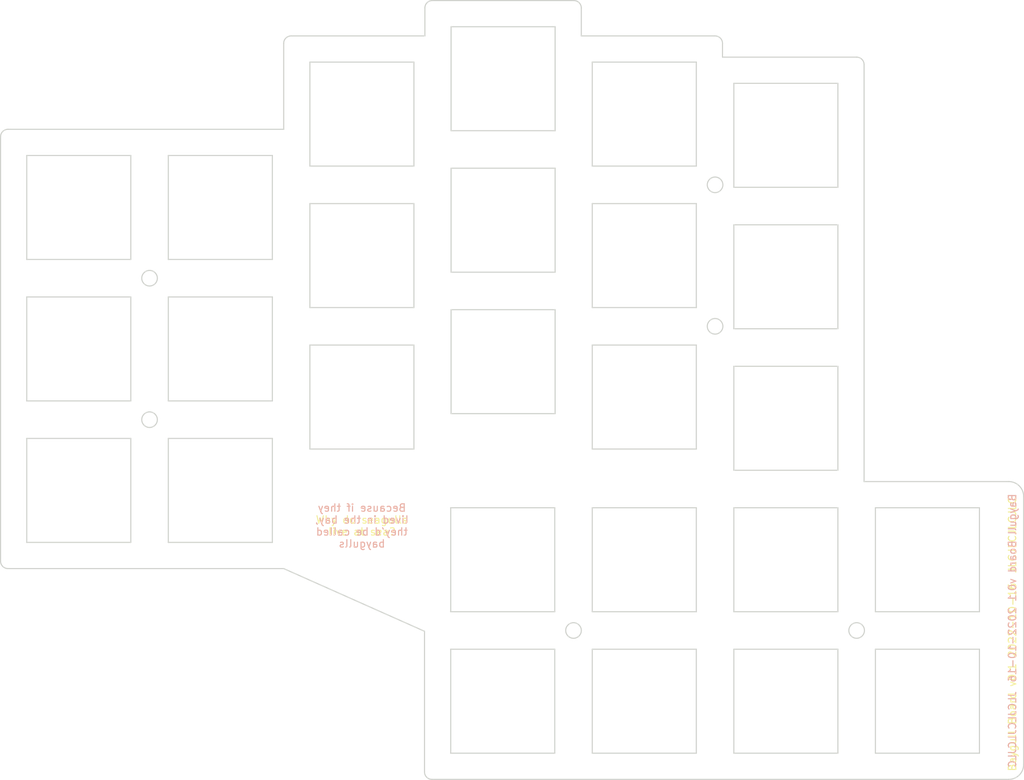
<source format=kicad_pcb>
(kicad_pcb (version 20211014) (generator pcbnew)

  (general
    (thickness 1.6)
  )

  (paper "A3")
  (title_block
    (title "top_plate")
    (rev "v1.0.0")
    (company "Unknown")
  )

  (layers
    (0 "F.Cu" signal)
    (31 "B.Cu" signal)
    (32 "B.Adhes" user "B.Adhesive")
    (33 "F.Adhes" user "F.Adhesive")
    (34 "B.Paste" user)
    (35 "F.Paste" user)
    (36 "B.SilkS" user "B.Silkscreen")
    (37 "F.SilkS" user "F.Silkscreen")
    (38 "B.Mask" user)
    (39 "F.Mask" user)
    (40 "Dwgs.User" user "User.Drawings")
    (41 "Cmts.User" user "User.Comments")
    (42 "Eco1.User" user "User.Eco1")
    (43 "Eco2.User" user "User.Eco2")
    (44 "Edge.Cuts" user)
    (45 "Margin" user)
    (46 "B.CrtYd" user "B.Courtyard")
    (47 "F.CrtYd" user "F.Courtyard")
    (48 "B.Fab" user)
    (49 "F.Fab" user)
  )

  (setup
    (pad_to_mask_clearance 0.05)
    (solder_mask_min_width 0.25)
    (pcbplotparams
      (layerselection 0x00010fc_ffffffff)
      (disableapertmacros false)
      (usegerberextensions false)
      (usegerberattributes true)
      (usegerberadvancedattributes true)
      (creategerberjobfile true)
      (svguseinch false)
      (svgprecision 6)
      (excludeedgelayer true)
      (plotframeref false)
      (viasonmask false)
      (mode 1)
      (useauxorigin false)
      (hpglpennumber 1)
      (hpglpenspeed 20)
      (hpglpendiameter 15.000000)
      (dxfpolygonmode true)
      (dxfimperialunits true)
      (dxfusepcbnewfont true)
      (psnegative false)
      (psa4output false)
      (plotreference true)
      (plotvalue true)
      (plotinvisibletext false)
      (sketchpadsonfab false)
      (subtractmaskfromsilk false)
      (outputformat 1)
      (mirror false)
      (drillshape 1)
      (scaleselection 1)
      (outputdirectory "")
    )
  )

  (net 0 "")

  (gr_line (start 64.15 -57.673) (end 50.15 -57.673) (layer "Edge.Cuts") (width 0.15) (tstamp 003e4892-63d5-4917-8649-860302d4098b))
  (gr_line (start 88.15 2.3345) (end 88.15 16.3345) (layer "Edge.Cuts") (width 0.15) (tstamp 067daf14-5915-4d33-a832-d8eb4999b238))
  (gr_line (start 12.05 -31.1) (end 26.05 -31.1) (layer "Edge.Cuts") (width 0.15) (tstamp 080ade55-1f6a-4d63-959d-6038831bdfeb))
  (gr_line (start 102.15 -19.573) (end 88.15 -19.573) (layer "Edge.Cuts") (width 0.15) (tstamp 0a007f7b-0ea3-40a6-9ecb-35de20840a13))
  (gr_line (start 107.2 16.3345) (end 121.2 16.3345) (layer "Edge.Cuts") (width 0.15) (tstamp 0a833719-91f3-41a1-876d-72bf44883753))
  (gr_line (start 105.675 -58.3405) (end 105.675 -60.198) (layer "Edge.Cuts") (width 0.15) (tstamp 0becbb93-ba1c-4039-b164-b7f9e68d4983))
  (gr_line (start 140.25 2.3345) (end 126.25 2.3345) (layer "Edge.Cuts") (width 0.15) (tstamp 0c69be76-c57f-4c58-aa46-9909e576ba42))
  (gr_line (start 140.25 16.3345) (end 140.25 2.3345) (layer "Edge.Cuts") (width 0.15) (tstamp 0d8e31ee-314b-409a-a765-d04cde097a17))
  (gr_line (start 45.1 -45.1) (end 31.1 -45.1) (layer "Edge.Cuts") (width 0.15) (tstamp 0ff06e22-347e-4494-9e98-324030612512))
  (gr_line (start 26.05 7) (end 26.05 -7) (layer "Edge.Cuts") (width 0.15) (tstamp 103a731d-92a4-401e-823d-26b12fc20b0e))
  (gr_line (start 69.1 2.3345) (end 69.1 16.3345) (layer "Edge.Cuts") (width 0.15) (tstamp 10f15cad-5e99-4214-ac2f-aa93f83994ce))
  (gr_line (start 26.05 -31.1) (end 26.05 -45.1) (layer "Edge.Cuts") (width 0.15) (tstamp 111e47f1-d63a-411d-90ad-288fac656fd9))
  (gr_line (start 69.15 -48.4355) (end 83.15 -48.4355) (layer "Edge.Cuts") (width 0.15) (tstamp 143249c8-ad7f-41d1-ae2c-4929fcb54268))
  (gr_line (start 83.1 16.3345) (end 83.1 2.3345) (layer "Edge.Cuts") (width 0.15) (tstamp 15120a28-c890-4258-8ffa-e26737aa4086))
  (gr_line (start 102.15 -24.623) (end 102.15 -38.623) (layer "Edge.Cuts") (width 0.15) (tstamp 1a24907b-5056-4aab-b03e-17cecb337cb2))
  (gr_line (start 50.15 -5.573) (end 64.15 -5.573) (layer "Edge.Cuts") (width 0.15) (tstamp 1c1e9536-5905-4e9e-9107-221b4b566bff))
  (gr_line (start 45.1 -12.05) (end 45.1 -26.05) (layer "Edge.Cuts") (width 0.15) (tstamp 1c268062-4c40-47f7-babf-f20335de7e14))
  (gr_line (start 83.15 -29.3855) (end 83.15 -43.3855) (layer "Edge.Cuts") (width 0.15) (tstamp 1ea58744-74be-41cd-afe2-37b345d3d4a0))
  (gr_line (start 31.1 -45.1) (end 31.1 -31.1) (layer "Edge.Cuts") (width 0.15) (tstamp 1fbdc50a-f5df-4c36-93d3-8055b170789f))
  (gr_line (start 64.15 -19.573) (end 50.15 -19.573) (layer "Edge.Cuts") (width 0.15) (tstamp 21d3a4d9-1b93-4c6e-ad3f-160f8537a9e3))
  (gr_line (start 121.2 -16.7155) (end 107.2 -16.7155) (layer "Edge.Cuts") (width 0.15) (tstamp 221f4c49-0339-47cf-a13e-33785d0823d2))
  (gr_line (start 12.05 -26.05) (end 12.05 -12.05) (layer "Edge.Cuts") (width 0.15) (tstamp 22ff744d-6044-4970-ba6a-3fa8acdc3e6a))
  (gr_line (start 8.525 9.525) (end 8.525 -47.625) (layer "Edge.Cuts") (width 0.15) (tstamp 26d464c4-c17a-434b-ada1-b351b3ae4fa9))
  (gr_line (start 83.1 2.3345) (end 69.1 2.3345) (layer "Edge.Cuts") (width 0.15) (tstamp 29d30592-d666-4fb9-b4a2-256b847303fd))
  (gr_arc (start 123.725 -58.3405) (mid 124.432107 -58.047607) (end 124.725 -57.3405) (layer "Edge.Cuts") (width 0.15) (tstamp 2c22c64c-a227-4288-8bc7-02fb16214258))
  (gr_line (start 64.15 -5.573) (end 64.15 -19.573) (layer "Edge.Cuts") (width 0.15) (tstamp 2e2403d3-b6e6-4687-8e93-335ca591eedb))
  (gr_line (start 107.2 -2.7155) (end 121.2 -2.7155) (layer "Edge.Cuts") (width 0.15) (tstamp 2ffa68cb-79c4-48ff-817c-09b0620c6158))
  (gr_line (start 26.05 -45.1) (end 12.05 -45.1) (layer "Edge.Cuts") (width 0.15) (tstamp 31ed510c-b6c9-4a32-bfca-94294145950c))
  (gr_line (start 83.1 35.3845) (end 83.1 21.3845) (layer "Edge.Cuts") (width 0.15) (tstamp 3205afe7-b327-4eca-9ea3-d2871cecaa9c))
  (gr_line (start 26.05 -26.05) (end 12.05 -26.05) (layer "Edge.Cuts") (width 0.15) (tstamp 359c1057-ccf9-4d6c-8fb3-70e44e52858d))
  (gr_line (start 140.25 21.3845) (end 126.25 21.3845) (layer "Edge.Cuts") (width 0.15) (tstamp 38ead17b-bc8c-4dd5-a7bd-394240e188b2))
  (gr_line (start 83.15 -24.3355) (end 69.15 -24.3355) (layer "Edge.Cuts") (width 0.15) (tstamp 3a381088-4938-476c-9d46-f40d0e3c720f))
  (gr_line (start 86.675 -61.198) (end 86.675 -64.9605) (layer "Edge.Cuts") (width 0.15) (tstamp 3bb9fe82-0c7f-41c6-89c3-4745d8322619))
  (gr_line (start 69.15 -29.3855) (end 83.15 -29.3855) (layer "Edge.Cuts") (width 0.15) (tstamp 3e12f910-9f1e-4d18-9cd3-eed2617ef745))
  (gr_line (start 66.575 38.9095) (end 144.195 38.9095) (layer "Edge.Cuts") (width 0.15) (tstamp 3ff85a88-9306-4482-8296-18910805d68b))
  (gr_line (start 88.15 -38.623) (end 88.15 -24.623) (layer "Edge.Cuts") (width 0.15) (tstamp 41a29dcc-7809-4ec5-aa15-bf4e4928fba5))
  (gr_line (start 126.25 21.3845) (end 126.25 35.3845) (layer "Edge.Cuts") (width 0.15) (tstamp 49b6c088-285b-4834-b190-2edd9c8cac99))
  (gr_circle (center 123.725 18.8595) (end 124.775 18.8595) (layer "Edge.Cuts") (width 0.15) (fill none) (tstamp 49de1266-53b5-4462-8af4-6f89a242ea9d))
  (gr_line (start 64.15 -43.673) (end 64.15 -57.673) (layer "Edge.Cuts") (width 0.15) (tstamp 4a1018a0-f563-46cc-a043-132571170a67))
  (gr_line (start 83.1 21.3845) (end 69.1 21.3845) (layer "Edge.Cuts") (width 0.15) (tstamp 4c66d13f-1ef6-4c2f-b680-10650ea1e1e3))
  (gr_line (start 121.2 -21.7655) (end 121.2 -35.7655) (layer "Edge.Cuts") (width 0.15) (tstamp 4d67eff1-74ce-4db0-a557-b541581432c2))
  (gr_line (start 124.725 -1.1905) (end 124.725 -57.3405) (layer "Edge.Cuts") (width 0.15) (tstamp 50be0dbc-d16b-4186-8a81-c7f62d59cb33))
  (gr_arc (start 8.525 -47.625) (mid 8.817893 -48.332107) (end 9.525 -48.625) (layer "Edge.Cuts") (width 0.15) (tstamp 5421d2d7-4e4e-4af5-b70f-ee878a8c79dd))
  (gr_line (start 140.25 35.3845) (end 140.25 21.3845) (layer "Edge.Cuts") (width 0.15) (tstamp 57172124-7b96-402c-90c1-423065b4fb96))
  (gr_line (start 107.2 -21.7655) (end 121.2 -21.7655) (layer "Edge.Cuts") (width 0.15) (tstamp 57e59681-99aa-4911-b702-5dc3eb9a5d28))
  (gr_line (start 126.25 16.3345) (end 140.25 16.3345) (layer "Edge.Cuts") (width 0.15) (tstamp 5b5aaf3e-154d-4ff3-9a40-5e37c252a5a8))
  (gr_line (start 85.675 -65.9605) (end 66.625 -65.9605) (layer "Edge.Cuts") (width 0.15) (tstamp 5baf525c-faa3-42ea-b864-5fe9e36f25ae))
  (gr_line (start 126.25 35.3845) (end 140.25 35.3845) (layer "Edge.Cuts") (width 0.15) (tstamp 5c488fdb-e085-4494-9e80-a9cbec4bd8bb))
  (gr_line (start 88.15 -43.673) (end 102.15 -43.673) (layer "Edge.Cuts") (width 0.15) (tstamp 5cce2b19-b02a-4b75-a30a-51bf627c8759))
  (gr_line (start 102.15 35.3845) (end 102.15 21.3845) (layer "Edge.Cuts") (width 0.15) (tstamp 5efa2340-c5b2-40e8-98ae-e22c53d4e055))
  (gr_arc (start 46.625 -60.198) (mid 46.917893 -60.905107) (end 47.625 -61.198) (layer "Edge.Cuts") (width 0.15) (tstamp 60502e81-4ae1-413d-8f46-9654eb0e283a))
  (gr_line (start 12.05 -45.1) (end 12.05 -31.1) (layer "Edge.Cuts") (width 0.15) (tstamp 64312c87-eaa3-4363-af44-c1f67202349f))
  (gr_line (start 83.15 -43.3855) (end 69.15 -43.3855) (layer "Edge.Cuts") (width 0.15) (tstamp 65179f38-fafc-477e-a28f-d303693b4bbb))
  (gr_line (start 121.2 2.3345) (end 107.2 2.3345) (layer "Edge.Cuts") (width 0.15) (tstamp 65b9f63f-ea78-4651-a6ae-17ce86f5a948))
  (gr_circle (center 28.575 -9.525) (end 29.625 -9.525) (layer "Edge.Cuts") (width 0.15) (fill none) (tstamp 68fa7ba7-022d-4ae1-9f86-5ef2044f2d87))
  (gr_line (start 69.1 35.3845) (end 83.1 35.3845) (layer "Edge.Cuts") (width 0.15) (tstamp 6af9c684-f564-40c5-972d-ba343d2737e1))
  (gr_arc (start 65.625 -64.9605) (mid 65.917893 -65.667607) (end 66.625 -65.9605) (layer "Edge.Cuts") (width 0.15) (tstamp 6db63e69-607b-4fc2-aae8-8a1c85c3eaff))
  (gr_line (start 88.15 -5.573) (end 102.15 -5.573) (layer "Edge.Cuts") (width 0.15) (tstamp 7049b233-ce91-4f14-9591-17ef9f7405c2))
  (gr_arc (start 9.525 10.525) (mid 8.817893 10.232107) (end 8.525 9.525) (layer "Edge.Cuts") (width 0.15) (tstamp 7561b50a-4436-4212-b21e-f4a8ed07d184))
  (gr_line (start 65.625 -64.9605) (end 65.625 -61.198) (layer "Edge.Cuts") (width 0.15) (tstamp 760cf70c-7a6a-4c60-8862-b80793acaf89))
  (gr_line (start 102.15 -5.573) (end 102.15 -19.573) (layer "Edge.Cuts") (width 0.15) (tstamp 78e15052-d14b-4534-b00f-844376f1e078))
  (gr_line (start 31.1 -26.05) (end 31.1 -12.05) (layer "Edge.Cuts") (width 0.15) (tstamp 79fa4284-f2cd-4ae5-a742-f8f41b5f1be7))
  (gr_line (start 83.15 -48.4355) (end 83.15 -62.4355) (layer "Edge.Cuts") (width 0.15) (tstamp 7bbb9982-88bb-47fd-a9f1-1e8d6ac98522))
  (gr_line (start 45.1 7) (end 45.1 -7) (layer "Edge.Cuts") (width 0.15) (tstamp 7cbb24d3-4de1-4929-b88a-7f0f5f2b2585))
  (gr_line (start 31.1 -12.05) (end 45.1 -12.05) (layer "Edge.Cuts") (width 0.15) (tstamp 7dd40538-f49a-4b38-9d93-e242f7ad5e6c))
  (gr_line (start 107.2 2.3345) (end 107.2 16.3345) (layer "Edge.Cuts") (width 0.15) (tstamp 809665b9-c9cf-4151-af31-691331d8db1f))
  (gr_circle (center 28.575 -28.575) (end 29.625 -28.575) (layer "Edge.Cuts") (width 0.15) (fill none) (tstamp 81de3fde-0788-4608-8c42-a4966d68412b))
  (gr_line (start 45.1 -31.1) (end 45.1 -45.1) (layer "Edge.Cuts") (width 0.15) (tstamp 826a679d-f3dd-4fdf-aebd-ac2997896823))
  (gr_line (start 50.15 -57.673) (end 50.15 -43.673) (layer "Edge.Cuts") (width 0.15) (tstamp 89cd37bb-d943-4536-b673-360ca3da524c))
  (gr_line (start 88.15 -57.673) (end 88.15 -43.673) (layer "Edge.Cuts") (width 0.15) (tstamp 8a1d3660-1b74-483c-92a1-ca0bbf9f90bb))
  (gr_line (start 69.15 -62.4355) (end 69.15 -48.4355) (layer "Edge.Cuts") (width 0.15) (tstamp 8d85b573-db77-4ef6-baab-a569257973cb))
  (gr_line (start 88.15 35.3845) (end 102.15 35.3845) (layer "Edge.Cuts") (width 0.15) (tstamp 8d8d1078-bc31-45fc-9af3-8a4a7dd9e70f))
  (gr_line (start 50.15 -43.673) (end 64.15 -43.673) (layer "Edge.Cuts") (width 0.15) (tstamp 8f431d75-be0e-47e7-9dae-4c2ff3adbd52))
  (gr_line (start 65.625 -61.198) (end 47.625 -61.198) (layer "Edge.Cuts") (width 0.15) (tstamp 906e3a74-4f31-4c8a-8888-d3014ad24ab5))
  (gr_line (start 65.575 37.9095) (end 65.575 18.968378) (layer "Edge.Cuts") (width 0.15) (tstamp 90a83393-7d0c-407a-8ac9-f364c29c842b))
  (gr_line (start 88.15 21.3845) (end 88.15 35.3845) (layer "Edge.Cuts") (width 0.15) (tstamp 91fbc4a2-cd7e-4eb4-8a6e-5f285f350bcc))
  (gr_arc (start 104.675 -61.198) (mid 105.382107 -60.905107) (end 105.675 -60.198) (layer "Edge.Cuts") (width 0.15) (tstamp 93ac6c85-a351-498a-bc63-0efe2be3e56b))
  (gr_line (start 126.25 2.3345) (end 126.25 16.3345) (layer "Edge.Cuts") (width 0.15) (tstamp 95642fbd-699a-4bb4-992e-152e27460fff))
  (gr_line (start 104.675 -61.198) (end 86.675 -61.198) (layer "Edge.Cuts") (width 0.15) (tstamp 9905c13e-76e1-4c1c-9e20-5d67a3fae3c2))
  (gr_line (start 88.15 -24.623) (end 102.15 -24.623) (layer "Edge.Cuts") (width 0.15) (tstamp 99a8fd06-102a-4046-b7ec-5ed364708b9f))
  (gr_line (start 121.2 -35.7655) (end 107.2 -35.7655) (layer "Edge.Cuts") (width 0.15) (tstamp 99f69b28-1c15-4a21-9a75-357c0fbd1b00))
  (gr_line (start 121.2 -54.8155) (end 107.2 -54.8155) (layer "Edge.Cuts") (width 0.15) (tstamp 9ee9788d-9e3e-44a6-a75b-c8ae4b038f95))
  (gr_line (start 102.15 16.3345) (end 102.15 2.3345) (layer "Edge.Cuts") (width 0.15) (tstamp a007d953-1b06-4507-aa44-1eb9e535e4a1))
  (gr_circle (center 104.675 -22.098) (end 105.725 -22.098) (layer "Edge.Cuts") (width 0.15) (fill none) (tstamp a074b116-2576-4564-a76f-98eedbc3cc75))
  (gr_line (start 123.725 -58.3405) (end 105.675 -58.3405) (layer "Edge.Cuts") (width 0.15) (tstamp a0af6810-4ce8-4539-852a-c99d54157627))
  (gr_line (start 121.2 -40.8155) (end 121.2 -54.8155) (layer "Edge.Cuts") (width 0.15) (tstamp a48cd43a-9da0-4ab5-8f71-b41a1b74258d))
  (gr_line (start 12.05 -7) (end 12.05 7) (layer "Edge.Cuts") (width 0.15) (tstamp a735e121-51ee-4843-9f65-ae7313259f68))
  (gr_line (start 46.625 -60.198) (end 46.625 -48.625) (layer "Edge.Cuts") (width 0.15) (tstamp aa705b53-1962-4317-a57d-ce5490b5a40b))
  (gr_line (start 9.525 -48.625) (end 46.625 -48.625) (layer "Edge.Cuts") (width 0.15) (tstamp aa9773df-763c-42b9-8682-a0030962c790))
  (gr_line (start 69.15 -10.3355) (end 83.15 -10.3355) (layer "Edge.Cuts") (width 0.15) (tstamp ab3658e5-59df-4105-9ef2-49ac4479aa3b))
  (gr_line (start 107.2 21.3845) (end 107.2 35.3845) (layer "Edge.Cuts") (width 0.15) (tstamp abdef29c-e9b6-40d1-bf28-039577b085ea))
  (gr_arc (start 85.675 -65.9605) (mid 86.382107 -65.667607) (end 86.675 -64.9605) (layer "Edge.Cuts") (width 0.15) (tstamp ae808377-95c1-45c1-827f-57eeca4dd5a4))
  (gr_line (start 107.2 -54.8155) (end 107.2 -40.8155) (layer "Edge.Cuts") (width 0.15) (tstamp b1f745f8-28fb-4ecd-94e5-b8f8b6fc90c4))
  (gr_line (start 121.2 -2.7155) (end 121.2 -16.7155) (layer "Edge.Cuts") (width 0.15) (tstamp b2f0d802-7289-451f-82e1-f8e89eb973da))
  (gr_line (start 102.15 -38.623) (end 88.15 -38.623) (layer "Edge.Cuts") (width 0.15) (tstamp b30b9c2d-9f75-4f43-804d-bd64fa6e4f03))
  (gr_line (start 121.2 16.3345) (end 121.2 2.3345) (layer "Edge.Cuts") (width 0.15) (tstamp b61ffe7b-e23c-4336-8aee-09605f669297))
  (gr_line (start 64.15 -24.623) (end 64.15 -38.623) (layer "Edge.Cuts") (width 0.15) (tstamp b64c15dd-a3b9-4e4c-82d9-62d50283079c))
  (gr_line (start 107.2 -16.7155) (end 107.2 -2.7155) (layer "Edge.Cuts") (width 0.15) (tstamp b97d4db7-6a8e-44c8-8cf7-2b6d7dad0a96))
  (gr_arc (start 146.195 36.9095) (mid 145.609214 38.323714) (end 144.195 38.9095) (layer "Edge.Cuts") (width 0.15) (tstamp c1770faa-d1e9-4be1-ba77-81feac8325a3))
  (gr_line (start 50.15 -38.623) (end 50.15 -24.623) (layer "Edge.Cuts") (width 0.15) (tstamp c18da025-32d0-4fe4-905b-8b04f8f185aa))
  (gr_line (start 65.575 18.968378) (end 46.625 10.525) (layer "Edge.Cuts") (width 0.15) (tstamp c5307299-ff2a-4ba5-b32c-ece9e5a1cb76))
  (gr_line (start 121.2 35.3845) (end 121.2 21.3845) (layer "Edge.Cuts") (width 0.15) (tstamp c556258d-c538-4f94-b1d7-e2c57948217c))
  (gr_line (start 88.15 -19.573) (end 88.15 -5.573) (layer "Edge.Cuts") (width 0.15) (tstamp c64b7bf0-9daf-40d5-9cdc-c401a782c9c3))
  (gr_line (start 88.15 16.3345) (end 102.15 16.3345) (layer "Edge.Cuts") (width 0.15) (tstamp c7d8d581-92b7-4930-825e-c89fe8d59760))
  (gr_line (start 31.1 -7) (end 31.1 7) (layer "Edge.Cuts") (width 0.15) (tstamp c7f3e9f7-66e4-4003-aa7b-a5733ae40a75))
  (gr_line (start 69.1 21.3845) (end 69.1 35.3845) (layer "Edge.Cuts") (width 0.15) (tstamp ca668f77-58bf-40ca-add2-dfcb01a4c0e0))
  (gr_line (start 107.2 35.3845) (end 121.2 35.3845) (layer "Edge.Cuts") (width 0.15) (tstamp cc4797ce-4c73-4489-b3fa-8b3264cdf4f7))
  (gr_line (start 83.15 -62.4355) (end 69.15 -62.4355) (layer "Edge.Cuts") (width 0.15) (tstamp cd410aaf-a4e3-4726-82c4-e9d8aa5e95c0))
  (gr_line (start 69.15 -24.3355) (end 69.15 -10.3355) (layer "Edge.Cuts") (width 0.15) (tstamp cdd17e38-3663-49ad-b6ae-96605da1cbb5))
  (gr_line (start 26.05 -12.05) (end 26.05 -26.05) (layer "Edge.Cuts") (width 0.15) (tstamp cdf3a498-5f0c-4ef1-8793-082e5f6ecab5))
  (gr_line (start 121.2 21.3845) (end 107.2 21.3845) (layer "Edge.Cuts") (width 0.15) (tstamp d14ac1c8-d7d2-4148-ac76-5ccdd3f77947))
  (gr_arc (start 66.575 38.9095) (mid 65.867893 38.616607) (end 65.575 37.9095) (layer "Edge.Cuts") (width 0.15) (tstamp d2a3435a-b2fd-4062-9426-677390256d9d))
  (gr_line (start 50.15 -19.573) (end 50.15 -5.573) (layer "Edge.Cuts") (width 0.15) (tstamp d5c2af0e-eb20-4ff4-97e1-a7e36d3674ab))
  (gr_circle (center 104.675 -41.148) (end 105.725 -41.148) (layer "Edge.Cuts") (width 0.15) (fill none) (tstamp d8d232b8-6fb8-4980-b23c-c1657e09470d))
  (gr_arc (start 144.195 -1.1905) (mid 145.609214 -0.604714) (end 146.195 0.8095) (layer "Edge.Cuts") (width 0.15) (tstamp d98c5590-03d8-4d70-9b8f-6427db74c1c7))
  (gr_line (start 102.15 21.3845) (end 88.15 21.3845) (layer "Edge.Cuts") (width 0.15) (tstamp da578288-87bd-4ee0-9d6a-6555c5d03ffc))
  (gr_line (start 102.15 2.3345) (end 88.15 2.3345) (layer "Edge.Cuts") (width 0.15) (tstamp dd29c30c-1f0d-4b35-a2d1-6f79176f7c22))
  (gr_line (start 31.1 -31.1) (end 45.1 -31.1) (layer "Edge.Cuts") (width 0.15) (tstamp ddb8dea7-45b4-4793-9214-6b505a19a9b3))
  (gr_circle (center 85.625 18.8595) (end 86.675 18.8595) (layer "Edge.Cuts") (width 0.15) (fill none) (tstamp dee36fad-de7f-4bf3-94a5-ba7aeae65844))
  (gr_line (start 107.2 -40.8155) (end 121.2 -40.8155) (layer "Edge.Cuts") (width 0.15) (tstamp e202e4ed-e503-49b1-9215-a7bf91459ea1))
  (gr_line (start 45.1 -7) (end 31.1 -7) (layer "Edge.Cuts") (width 0.15) (tstamp e55c602d-0726-49d7-b189-cbdeea3e721b))
  (gr_line (start 69.15 -43.3855) (end 69.15 -29.3855) (layer "Edge.Cuts") (width 0.15) (tstamp e5e4485a-1cf8-4da8-ba1a-74ccd8bae846))
  (gr_line (start 45.1 -26.05) (end 31.1 -26.05) (layer "Edge.Cuts") (width 0.15) (tstamp ea0b15b1-bded-41e8-9b8f-8fab0a40700c))
  (gr_line (start 69.1 16.3345) (end 83.1 16.3345) (layer "Edge.Cuts") (width 0.15) (tstamp ec819319-7b79-47a2-b185-c67131d8d650))
  (gr_line (start 50.15 -24.623) (end 64.15 -24.623) (layer "Edge.Cuts") (width 0.15) (tstamp ecb97496-bda2-4aa5-8e5b-aa2665df545a))
  (gr_line (start 9.525 10.525) (end 46.625 10.525) (layer "Edge.Cuts") (width 0.15) (tstamp ed0538fa-1998-406b-a6bb-9adafadc724a))
  (gr_line (start 146.195 36.9095) (end 146.195 0.8095) (layer "Edge.Cuts") (width 0.15) (tstamp eef110df-32e7-44e0-9f8b-332ea94f3344))
  (gr_line (start 107.2 -35.7655) (end 107.2 -21.7655) (layer "Edge.Cuts") (width 0.15) (tstamp ef6398b7-420a-4acf-a562-0a9bde8350e4))
  (gr_line (start 12.05 -12.05) (end 26.05 -12.05) (layer "Edge.Cuts") (width 0.15) (tstamp f3dcb3c4-f745-4ae4-8586-0df00cd331ae))
  (gr_line (start 64.15 -38.623) (end 50.15 -38.623) (layer "Edge.Cuts") (width 0.15) (tstamp f4b8bacf-e6bf-404b-8d62-7728eef5572e))
  (gr_line (start 31.1 7) (end 45.1 7) (layer "Edge.Cuts") (width 0.15) (tstamp f5635214-d7fe-42ad-91aa-412afd02444e))
  (gr_line (start 26.05 -7) (end 12.05 -7) (layer "Edge.Cuts") (width 0.15) (tstamp f6a4361a-746e-4b45-b242-984fc29db737))
  (gr_line (start 102.15 -43.673) (end 102.15 -57.673) (layer "Edge.Cuts") (width 0.15) (tstamp faa844cc-e367-4355-8015-014b45e618a6))
  (gr_line (start 124.725 -1.1905) (end 144.195 -1.1905) (layer "Edge.Cuts") (width 0.15) (tstamp fcfb3140-394c-4145-8474-be75fafc199b))
  (gr_line (start 102.15 -57.673) (end 88.15 -57.673) (layer "Edge.Cuts") (width 0.15) (tstamp fdd123a3-3f68-4f48-ac84-209e3760cbfd))
  (gr_line (start 83.15 -10.3355) (end 83.15 -24.3355) (layer "Edge.Cuts") (width 0.15) (tstamp fe756d80-e05a-4ebc-8a94-334b7a6883a2))
  (gr_line (start 12.05 7) (end 26.05 7) (layer "Edge.Cuts") (width 0.15) (tstamp ff1240e0-2705-4f67-99e6-5d89f59d1ce6))
  (gr_text "JLCJLCJLCJLC" (at 144.68 32.1945 90) (layer "B.SilkS") (tstamp 254b595b-6763-43fd-804c-88a6dad5fc34)
    (effects (font (size 1 1) (thickness 0.15)) (justify mirror))
  )
  (gr_text "Because if they\nlived in the bay,\nthey'd be called\nbaygulls" (at 57.15 4.7625) (layer "B.SilkS") (tstamp 6d8c3c17-df49-4d11-a768-93653c4db2d2)
    (effects (font (size 1 1) (thickness 0.15)) (justify mirror))
  )
  (gr_text "Baygull Board v0.1 2022-10-16" (at 144.68 13.1445 90) (layer "B.SilkS") (tstamp c581f056-fe1c-4aff-a8d5-0f730da7f7ab)
    (effects (font (size 1 1) (thickness 0.15)) (justify mirror))
  )
  (gr_text "Baygull Board v0.1 2022-10-16" (at 144.68 37.9095 90) (layer "F.SilkS") (tstamp 12f58e41-1c66-441a-8e26-e30f233dcac6)
    (effects (font (size 1 1) (thickness 0.15)) (justify left))
  )
  (gr_text "JLCJLCJLCJLC" (at 144.68 11.2395 90) (layer "F.SilkS") (tstamp abdf0553-b381-4539-9bc6-f748c6747975)
    (effects (font (size 1 1) (thickness 0.15)) (justify left))
  )
  (gr_text "Why do seagulls\nlive at sea?" (at 57.15 4.7625) (layer "F.SilkS") (tstamp cea2579a-c881-4c1d-83a2-d996907e33be)
    (effects (font (size 1 1) (thickness 0.15)))
  )

)

</source>
